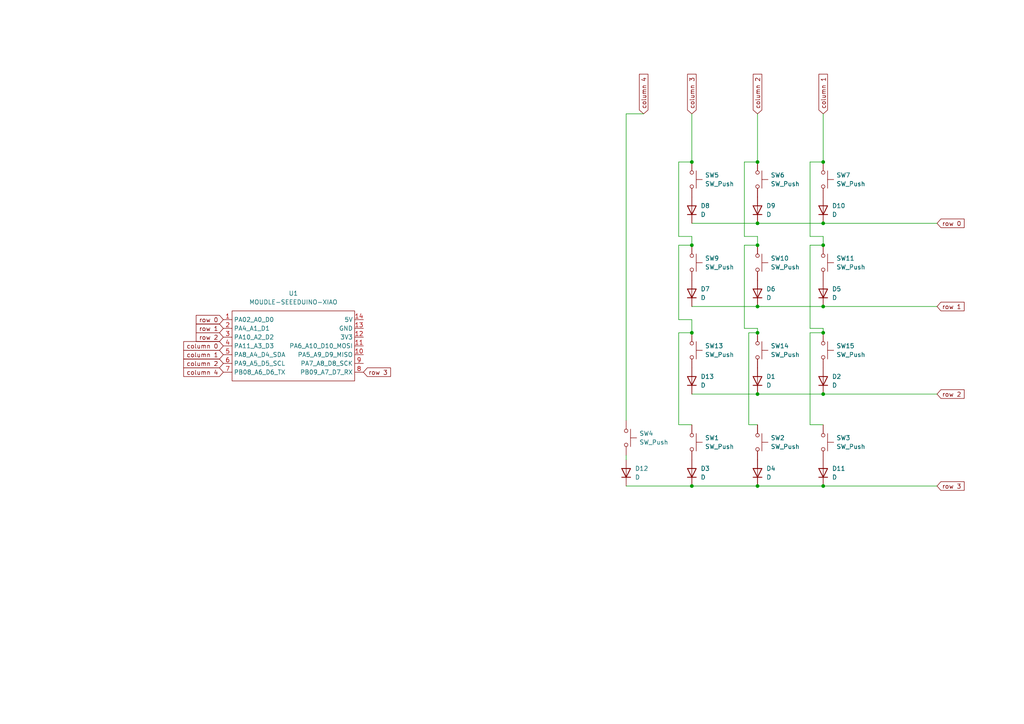
<source format=kicad_sch>
(kicad_sch
	(version 20231120)
	(generator "eeschema")
	(generator_version "8.0")
	(uuid "c9fa2b4d-fdb1-4e29-bb35-9e8366fa9292")
	(paper "A4")
	(lib_symbols
		(symbol "Device:D"
			(pin_numbers hide)
			(pin_names
				(offset 1.016) hide)
			(exclude_from_sim no)
			(in_bom yes)
			(on_board yes)
			(property "Reference" "D"
				(at 0 2.54 0)
				(effects
					(font
						(size 1.27 1.27)
					)
				)
			)
			(property "Value" "D"
				(at 0 -2.54 0)
				(effects
					(font
						(size 1.27 1.27)
					)
				)
			)
			(property "Footprint" ""
				(at 0 0 0)
				(effects
					(font
						(size 1.27 1.27)
					)
					(hide yes)
				)
			)
			(property "Datasheet" "~"
				(at 0 0 0)
				(effects
					(font
						(size 1.27 1.27)
					)
					(hide yes)
				)
			)
			(property "Description" "Diode"
				(at 0 0 0)
				(effects
					(font
						(size 1.27 1.27)
					)
					(hide yes)
				)
			)
			(property "Sim.Device" "D"
				(at 0 0 0)
				(effects
					(font
						(size 1.27 1.27)
					)
					(hide yes)
				)
			)
			(property "Sim.Pins" "1=K 2=A"
				(at 0 0 0)
				(effects
					(font
						(size 1.27 1.27)
					)
					(hide yes)
				)
			)
			(property "ki_keywords" "diode"
				(at 0 0 0)
				(effects
					(font
						(size 1.27 1.27)
					)
					(hide yes)
				)
			)
			(property "ki_fp_filters" "TO-???* *_Diode_* *SingleDiode* D_*"
				(at 0 0 0)
				(effects
					(font
						(size 1.27 1.27)
					)
					(hide yes)
				)
			)
			(symbol "D_0_1"
				(polyline
					(pts
						(xy -1.27 1.27) (xy -1.27 -1.27)
					)
					(stroke
						(width 0.254)
						(type default)
					)
					(fill
						(type none)
					)
				)
				(polyline
					(pts
						(xy 1.27 0) (xy -1.27 0)
					)
					(stroke
						(width 0)
						(type default)
					)
					(fill
						(type none)
					)
				)
				(polyline
					(pts
						(xy 1.27 1.27) (xy 1.27 -1.27) (xy -1.27 0) (xy 1.27 1.27)
					)
					(stroke
						(width 0.254)
						(type default)
					)
					(fill
						(type none)
					)
				)
			)
			(symbol "D_1_1"
				(pin passive line
					(at -3.81 0 0)
					(length 2.54)
					(name "K"
						(effects
							(font
								(size 1.27 1.27)
							)
						)
					)
					(number "1"
						(effects
							(font
								(size 1.27 1.27)
							)
						)
					)
				)
				(pin passive line
					(at 3.81 0 180)
					(length 2.54)
					(name "A"
						(effects
							(font
								(size 1.27 1.27)
							)
						)
					)
					(number "2"
						(effects
							(font
								(size 1.27 1.27)
							)
						)
					)
				)
			)
		)
		(symbol "Switch:SW_Push"
			(pin_numbers hide)
			(pin_names
				(offset 1.016) hide)
			(exclude_from_sim no)
			(in_bom yes)
			(on_board yes)
			(property "Reference" "SW"
				(at 1.27 2.54 0)
				(effects
					(font
						(size 1.27 1.27)
					)
					(justify left)
				)
			)
			(property "Value" "SW_Push"
				(at 0 -1.524 0)
				(effects
					(font
						(size 1.27 1.27)
					)
				)
			)
			(property "Footprint" ""
				(at 0 5.08 0)
				(effects
					(font
						(size 1.27 1.27)
					)
					(hide yes)
				)
			)
			(property "Datasheet" "~"
				(at 0 5.08 0)
				(effects
					(font
						(size 1.27 1.27)
					)
					(hide yes)
				)
			)
			(property "Description" "Push button switch, generic, two pins"
				(at 0 0 0)
				(effects
					(font
						(size 1.27 1.27)
					)
					(hide yes)
				)
			)
			(property "ki_keywords" "switch normally-open pushbutton push-button"
				(at 0 0 0)
				(effects
					(font
						(size 1.27 1.27)
					)
					(hide yes)
				)
			)
			(symbol "SW_Push_0_1"
				(circle
					(center -2.032 0)
					(radius 0.508)
					(stroke
						(width 0)
						(type default)
					)
					(fill
						(type none)
					)
				)
				(polyline
					(pts
						(xy 0 1.27) (xy 0 3.048)
					)
					(stroke
						(width 0)
						(type default)
					)
					(fill
						(type none)
					)
				)
				(polyline
					(pts
						(xy 2.54 1.27) (xy -2.54 1.27)
					)
					(stroke
						(width 0)
						(type default)
					)
					(fill
						(type none)
					)
				)
				(circle
					(center 2.032 0)
					(radius 0.508)
					(stroke
						(width 0)
						(type default)
					)
					(fill
						(type none)
					)
				)
				(pin passive line
					(at -5.08 0 0)
					(length 2.54)
					(name "1"
						(effects
							(font
								(size 1.27 1.27)
							)
						)
					)
					(number "1"
						(effects
							(font
								(size 1.27 1.27)
							)
						)
					)
				)
				(pin passive line
					(at 5.08 0 180)
					(length 2.54)
					(name "2"
						(effects
							(font
								(size 1.27 1.27)
							)
						)
					)
					(number "2"
						(effects
							(font
								(size 1.27 1.27)
							)
						)
					)
				)
			)
		)
		(symbol "XIAO_RP2040:MOUDLE-SEEEDUINO-XIAO"
			(exclude_from_sim no)
			(in_bom yes)
			(on_board yes)
			(property "Reference" "U"
				(at -16.51 11.43 0)
				(effects
					(font
						(size 1.27 1.27)
					)
				)
			)
			(property "Value" "MOUDLE-SEEEDUINO-XIAO"
				(at -3.81 -11.43 0)
				(effects
					(font
						(size 1.27 1.27)
					)
				)
			)
			(property "Footprint" ""
				(at -16.51 2.54 0)
				(effects
					(font
						(size 1.27 1.27)
					)
					(hide yes)
				)
			)
			(property "Datasheet" ""
				(at -16.51 2.54 0)
				(effects
					(font
						(size 1.27 1.27)
					)
					(hide yes)
				)
			)
			(property "Description" ""
				(at 0 0 0)
				(effects
					(font
						(size 1.27 1.27)
					)
					(hide yes)
				)
			)
			(symbol "MOUDLE-SEEEDUINO-XIAO_0_1"
				(rectangle
					(start -16.51 10.16)
					(end 19.05 -10.16)
					(stroke
						(width 0)
						(type default)
					)
					(fill
						(type none)
					)
				)
			)
			(symbol "MOUDLE-SEEEDUINO-XIAO_1_1"
				(pin passive line
					(at -19.05 7.62 0)
					(length 2.54)
					(name "PA02_A0_D0"
						(effects
							(font
								(size 1.27 1.27)
							)
						)
					)
					(number "1"
						(effects
							(font
								(size 1.27 1.27)
							)
						)
					)
				)
				(pin passive line
					(at 21.59 -2.54 180)
					(length 2.54)
					(name "PA5_A9_D9_MISO"
						(effects
							(font
								(size 1.27 1.27)
							)
						)
					)
					(number "10"
						(effects
							(font
								(size 1.27 1.27)
							)
						)
					)
				)
				(pin passive line
					(at 21.59 0 180)
					(length 2.54)
					(name "PA6_A10_D10_MOSI"
						(effects
							(font
								(size 1.27 1.27)
							)
						)
					)
					(number "11"
						(effects
							(font
								(size 1.27 1.27)
							)
						)
					)
				)
				(pin passive line
					(at 21.59 2.54 180)
					(length 2.54)
					(name "3V3"
						(effects
							(font
								(size 1.27 1.27)
							)
						)
					)
					(number "12"
						(effects
							(font
								(size 1.27 1.27)
							)
						)
					)
				)
				(pin passive line
					(at 21.59 5.08 180)
					(length 2.54)
					(name "GND"
						(effects
							(font
								(size 1.27 1.27)
							)
						)
					)
					(number "13"
						(effects
							(font
								(size 1.27 1.27)
							)
						)
					)
				)
				(pin passive line
					(at 21.59 7.62 180)
					(length 2.54)
					(name "5V"
						(effects
							(font
								(size 1.27 1.27)
							)
						)
					)
					(number "14"
						(effects
							(font
								(size 1.27 1.27)
							)
						)
					)
				)
				(pin passive line
					(at -19.05 5.08 0)
					(length 2.54)
					(name "PA4_A1_D1"
						(effects
							(font
								(size 1.27 1.27)
							)
						)
					)
					(number "2"
						(effects
							(font
								(size 1.27 1.27)
							)
						)
					)
				)
				(pin passive line
					(at -19.05 2.54 0)
					(length 2.54)
					(name "PA10_A2_D2"
						(effects
							(font
								(size 1.27 1.27)
							)
						)
					)
					(number "3"
						(effects
							(font
								(size 1.27 1.27)
							)
						)
					)
				)
				(pin passive line
					(at -19.05 0 0)
					(length 2.54)
					(name "PA11_A3_D3"
						(effects
							(font
								(size 1.27 1.27)
							)
						)
					)
					(number "4"
						(effects
							(font
								(size 1.27 1.27)
							)
						)
					)
				)
				(pin passive line
					(at -19.05 -2.54 0)
					(length 2.54)
					(name "PA8_A4_D4_SDA"
						(effects
							(font
								(size 1.27 1.27)
							)
						)
					)
					(number "5"
						(effects
							(font
								(size 1.27 1.27)
							)
						)
					)
				)
				(pin passive line
					(at -19.05 -5.08 0)
					(length 2.54)
					(name "PA9_A5_D5_SCL"
						(effects
							(font
								(size 1.27 1.27)
							)
						)
					)
					(number "6"
						(effects
							(font
								(size 1.27 1.27)
							)
						)
					)
				)
				(pin passive line
					(at -19.05 -7.62 0)
					(length 2.54)
					(name "PB08_A6_D6_TX"
						(effects
							(font
								(size 1.27 1.27)
							)
						)
					)
					(number "7"
						(effects
							(font
								(size 1.27 1.27)
							)
						)
					)
				)
				(pin passive line
					(at 21.59 -7.62 180)
					(length 2.54)
					(name "PB09_A7_D7_RX"
						(effects
							(font
								(size 1.27 1.27)
							)
						)
					)
					(number "8"
						(effects
							(font
								(size 1.27 1.27)
							)
						)
					)
				)
				(pin passive line
					(at 21.59 -5.08 180)
					(length 2.54)
					(name "PA7_A8_D8_SCK"
						(effects
							(font
								(size 1.27 1.27)
							)
						)
					)
					(number "9"
						(effects
							(font
								(size 1.27 1.27)
							)
						)
					)
				)
			)
		)
	)
	(junction
		(at 219.71 64.77)
		(diameter 0)
		(color 0 0 0 0)
		(uuid "07d3a8ee-8b74-432e-86ff-5e9ca8bf255f")
	)
	(junction
		(at 238.76 88.9)
		(diameter 0)
		(color 0 0 0 0)
		(uuid "0ad99723-3706-4bd5-b872-77f749625475")
	)
	(junction
		(at 238.76 64.77)
		(diameter 0)
		(color 0 0 0 0)
		(uuid "14d2fe79-1a3f-4c9a-8266-51141990f978")
	)
	(junction
		(at 238.76 71.12)
		(diameter 0)
		(color 0 0 0 0)
		(uuid "28ff31f9-d5b9-4770-bece-b31d77b79535")
	)
	(junction
		(at 238.76 140.97)
		(diameter 0)
		(color 0 0 0 0)
		(uuid "30cea57a-f66b-449e-b880-9f7b1f9e3850")
	)
	(junction
		(at 219.71 96.52)
		(diameter 0)
		(color 0 0 0 0)
		(uuid "379429b0-2901-4f89-bcd8-1e54406487eb")
	)
	(junction
		(at 200.66 71.12)
		(diameter 0)
		(color 0 0 0 0)
		(uuid "4a247c8d-a697-4703-9601-9a4072dc48a0")
	)
	(junction
		(at 219.71 114.3)
		(diameter 0)
		(color 0 0 0 0)
		(uuid "614245f2-08c1-4a71-8244-f4a7f09dc9ed")
	)
	(junction
		(at 238.76 96.52)
		(diameter 0)
		(color 0 0 0 0)
		(uuid "6525531b-bf9a-43d9-b539-fa6b640e71bb")
	)
	(junction
		(at 219.71 88.9)
		(diameter 0)
		(color 0 0 0 0)
		(uuid "65afc857-fb14-451d-9dff-2ec9e3de843e")
	)
	(junction
		(at 200.66 96.52)
		(diameter 0)
		(color 0 0 0 0)
		(uuid "7150256d-4609-4e55-844a-8efe57605b94")
	)
	(junction
		(at 238.76 46.99)
		(diameter 0)
		(color 0 0 0 0)
		(uuid "7bc6929f-a5f2-429b-8685-04dab8b9dc4a")
	)
	(junction
		(at 238.76 114.3)
		(diameter 0)
		(color 0 0 0 0)
		(uuid "8c91392f-504a-4cac-9531-5a5ecc559342")
	)
	(junction
		(at 219.71 140.97)
		(diameter 0)
		(color 0 0 0 0)
		(uuid "9a73cfb0-2604-423c-b14e-62f66bf1f52d")
	)
	(junction
		(at 219.71 46.99)
		(diameter 0)
		(color 0 0 0 0)
		(uuid "a10e09b6-2ab7-4e9d-8b3a-2c5f5ecc6ca0")
	)
	(junction
		(at 200.66 140.97)
		(diameter 0)
		(color 0 0 0 0)
		(uuid "a3d6b049-2b60-4845-b403-fdbde9e3ab0c")
	)
	(junction
		(at 200.66 46.99)
		(diameter 0)
		(color 0 0 0 0)
		(uuid "bf620916-054b-47a0-92c3-9ac584959147")
	)
	(junction
		(at 219.71 71.12)
		(diameter 0)
		(color 0 0 0 0)
		(uuid "f0b49de6-d054-4602-baf8-69dafcafd1db")
	)
	(wire
		(pts
			(xy 219.71 46.99) (xy 215.9 46.99)
		)
		(stroke
			(width 0)
			(type default)
		)
		(uuid "08f45ea7-a615-4582-b1e1-9f691b88c13e")
	)
	(wire
		(pts
			(xy 200.66 64.77) (xy 219.71 64.77)
		)
		(stroke
			(width 0)
			(type default)
		)
		(uuid "0aa9e96e-5ab0-4155-b86b-081b3ae19633")
	)
	(wire
		(pts
			(xy 200.66 140.97) (xy 219.71 140.97)
		)
		(stroke
			(width 0)
			(type default)
		)
		(uuid "0eead010-e48f-4f56-93fb-12365b8d2315")
	)
	(wire
		(pts
			(xy 219.71 71.12) (xy 215.9 71.12)
		)
		(stroke
			(width 0)
			(type default)
		)
		(uuid "0f6bf3e4-ce32-4b77-927b-378970f58157")
	)
	(wire
		(pts
			(xy 200.66 71.12) (xy 196.85 71.12)
		)
		(stroke
			(width 0)
			(type default)
		)
		(uuid "1460a7a1-664c-4cd7-be61-6a6da17c507a")
	)
	(wire
		(pts
			(xy 219.71 140.97) (xy 238.76 140.97)
		)
		(stroke
			(width 0)
			(type default)
		)
		(uuid "16faa70d-7a01-433b-bc0f-99c95181064d")
	)
	(wire
		(pts
			(xy 238.76 68.58) (xy 238.76 71.12)
		)
		(stroke
			(width 0)
			(type default)
		)
		(uuid "18a01f0d-a73c-47ed-88cb-48db443a2e7e")
	)
	(wire
		(pts
			(xy 181.61 140.97) (xy 200.66 140.97)
		)
		(stroke
			(width 0)
			(type default)
		)
		(uuid "1a4ccc37-56b0-491b-bc73-56f91955c9bf")
	)
	(wire
		(pts
			(xy 219.71 88.9) (xy 238.76 88.9)
		)
		(stroke
			(width 0)
			(type default)
		)
		(uuid "1d208390-1bf3-4995-b7a8-69a9821c5032")
	)
	(wire
		(pts
			(xy 200.66 92.71) (xy 200.66 96.52)
		)
		(stroke
			(width 0)
			(type default)
		)
		(uuid "1fbfb3eb-bdaf-4ac0-a886-65a49f8bc207")
	)
	(wire
		(pts
			(xy 238.76 71.12) (xy 234.95 71.12)
		)
		(stroke
			(width 0)
			(type default)
		)
		(uuid "22beef3a-d16d-4b3a-8ade-c778fdcc851a")
	)
	(wire
		(pts
			(xy 238.76 96.52) (xy 234.95 96.52)
		)
		(stroke
			(width 0)
			(type default)
		)
		(uuid "2d46fbe5-515f-4c60-b13a-21c32b9a2c50")
	)
	(wire
		(pts
			(xy 217.17 96.52) (xy 217.17 123.19)
		)
		(stroke
			(width 0)
			(type default)
		)
		(uuid "34a789cd-3a96-49ba-a625-64cfff2a99d9")
	)
	(wire
		(pts
			(xy 215.9 95.25) (xy 219.71 95.25)
		)
		(stroke
			(width 0)
			(type default)
		)
		(uuid "4797617b-33d5-419d-97af-aaf722984946")
	)
	(wire
		(pts
			(xy 215.9 46.99) (xy 215.9 68.58)
		)
		(stroke
			(width 0)
			(type default)
		)
		(uuid "47f7780c-f512-4f0c-9647-66120dea7f64")
	)
	(wire
		(pts
			(xy 219.71 114.3) (xy 238.76 114.3)
		)
		(stroke
			(width 0)
			(type default)
		)
		(uuid "4c820c26-5405-45af-bdfa-ee852693adf5")
	)
	(wire
		(pts
			(xy 215.9 71.12) (xy 215.9 95.25)
		)
		(stroke
			(width 0)
			(type default)
		)
		(uuid "553bffb1-a1bf-4a64-9e0c-9249cd1f2e71")
	)
	(wire
		(pts
			(xy 238.76 95.25) (xy 238.76 96.52)
		)
		(stroke
			(width 0)
			(type default)
		)
		(uuid "56b99db5-ad24-4104-bcf3-bb3bf1b258a4")
	)
	(wire
		(pts
			(xy 219.71 64.77) (xy 238.76 64.77)
		)
		(stroke
			(width 0)
			(type default)
		)
		(uuid "5a4d8f8f-76ac-4bb2-94f3-64ed56721af8")
	)
	(wire
		(pts
			(xy 238.76 33.02) (xy 238.76 46.99)
		)
		(stroke
			(width 0)
			(type default)
		)
		(uuid "62864acb-eab3-4e48-9404-0bf26b98747d")
	)
	(wire
		(pts
			(xy 234.95 96.52) (xy 234.95 123.19)
		)
		(stroke
			(width 0)
			(type default)
		)
		(uuid "65ca910a-b36b-4b74-874d-409c8936a8cf")
	)
	(wire
		(pts
			(xy 196.85 96.52) (xy 196.85 123.19)
		)
		(stroke
			(width 0)
			(type default)
		)
		(uuid "65ff65eb-6506-40e7-939d-4c9032312fbc")
	)
	(wire
		(pts
			(xy 200.66 33.02) (xy 200.66 46.99)
		)
		(stroke
			(width 0)
			(type default)
		)
		(uuid "6de28a2b-91b2-45c6-9e5c-492a88212a8f")
	)
	(wire
		(pts
			(xy 217.17 123.19) (xy 219.71 123.19)
		)
		(stroke
			(width 0)
			(type default)
		)
		(uuid "71fb288e-1dc6-4572-bae6-c9c178a69a78")
	)
	(wire
		(pts
			(xy 196.85 46.99) (xy 196.85 68.58)
		)
		(stroke
			(width 0)
			(type default)
		)
		(uuid "736e0ca8-6d56-414a-90fd-f1373dd5ecdd")
	)
	(wire
		(pts
			(xy 200.66 68.58) (xy 200.66 71.12)
		)
		(stroke
			(width 0)
			(type default)
		)
		(uuid "7de39c6c-3eb6-43aa-8d2c-f069164a9a0e")
	)
	(wire
		(pts
			(xy 181.61 133.35) (xy 181.61 132.08)
		)
		(stroke
			(width 0)
			(type default)
		)
		(uuid "8657ae97-816d-4b48-ac1d-3511db75a237")
	)
	(wire
		(pts
			(xy 234.95 68.58) (xy 238.76 68.58)
		)
		(stroke
			(width 0)
			(type default)
		)
		(uuid "888d097b-aa15-49a6-ace4-2c60cffc9d80")
	)
	(wire
		(pts
			(xy 200.66 46.99) (xy 196.85 46.99)
		)
		(stroke
			(width 0)
			(type default)
		)
		(uuid "899b0f57-385d-43f0-bbee-4785fe062b08")
	)
	(wire
		(pts
			(xy 234.95 95.25) (xy 238.76 95.25)
		)
		(stroke
			(width 0)
			(type default)
		)
		(uuid "8c232416-711d-40da-9a63-46c86a4cb84c")
	)
	(wire
		(pts
			(xy 196.85 92.71) (xy 200.66 92.71)
		)
		(stroke
			(width 0)
			(type default)
		)
		(uuid "902ebcb1-b23a-4ddf-af8e-5b3354ec54c4")
	)
	(wire
		(pts
			(xy 196.85 71.12) (xy 196.85 92.71)
		)
		(stroke
			(width 0)
			(type default)
		)
		(uuid "9247d0f3-3beb-4bca-bd87-bda7a541416e")
	)
	(wire
		(pts
			(xy 219.71 68.58) (xy 219.71 71.12)
		)
		(stroke
			(width 0)
			(type default)
		)
		(uuid "978344bb-6ec6-4d5d-8882-e3a2aaed72e8")
	)
	(wire
		(pts
			(xy 200.66 96.52) (xy 196.85 96.52)
		)
		(stroke
			(width 0)
			(type default)
		)
		(uuid "a16c9d6f-4dd6-4537-8e12-e5026b4cf984")
	)
	(wire
		(pts
			(xy 219.71 33.02) (xy 219.71 46.99)
		)
		(stroke
			(width 0)
			(type default)
		)
		(uuid "a49689ba-21df-436e-bc8e-8a9f4107a4ed")
	)
	(wire
		(pts
			(xy 238.76 46.99) (xy 234.95 46.99)
		)
		(stroke
			(width 0)
			(type default)
		)
		(uuid "a8b11b82-7f09-495e-b748-7b684fad51f4")
	)
	(wire
		(pts
			(xy 215.9 68.58) (xy 219.71 68.58)
		)
		(stroke
			(width 0)
			(type default)
		)
		(uuid "aca45a4d-142f-4bf5-87e0-69630b9afe5d")
	)
	(wire
		(pts
			(xy 219.71 95.25) (xy 219.71 96.52)
		)
		(stroke
			(width 0)
			(type default)
		)
		(uuid "ae4f1e9d-9456-498b-a64a-30ca1a7008ea")
	)
	(wire
		(pts
			(xy 238.76 114.3) (xy 271.78 114.3)
		)
		(stroke
			(width 0)
			(type default)
		)
		(uuid "b0569646-8bb8-4ccf-bc83-a7937048b13b")
	)
	(wire
		(pts
			(xy 219.71 96.52) (xy 217.17 96.52)
		)
		(stroke
			(width 0)
			(type default)
		)
		(uuid "b5f06981-f82f-4d5f-9f43-d2b8a8e8cb2c")
	)
	(wire
		(pts
			(xy 234.95 71.12) (xy 234.95 95.25)
		)
		(stroke
			(width 0)
			(type default)
		)
		(uuid "b97d2a63-f811-4bc2-9f06-dc88dc831627")
	)
	(wire
		(pts
			(xy 238.76 88.9) (xy 271.78 88.9)
		)
		(stroke
			(width 0)
			(type default)
		)
		(uuid "bf9c7503-5f7e-4324-896a-b9ddd4da32d4")
	)
	(wire
		(pts
			(xy 238.76 64.77) (xy 271.78 64.77)
		)
		(stroke
			(width 0)
			(type default)
		)
		(uuid "c244743f-5463-4336-a27f-626a39527110")
	)
	(wire
		(pts
			(xy 234.95 123.19) (xy 238.76 123.19)
		)
		(stroke
			(width 0)
			(type default)
		)
		(uuid "d1df45ac-3a0b-40b6-9948-7851d7cb38d3")
	)
	(wire
		(pts
			(xy 181.61 33.02) (xy 186.69 33.02)
		)
		(stroke
			(width 0)
			(type default)
		)
		(uuid "e5a04085-572c-42fa-9331-a6a1d62560b6")
	)
	(wire
		(pts
			(xy 196.85 68.58) (xy 200.66 68.58)
		)
		(stroke
			(width 0)
			(type default)
		)
		(uuid "e8f945dd-41ec-4e17-9818-c2c983525d1c")
	)
	(wire
		(pts
			(xy 181.61 121.92) (xy 181.61 33.02)
		)
		(stroke
			(width 0)
			(type default)
		)
		(uuid "e903147d-57c6-4ee3-a2d8-18e6d94a505b")
	)
	(wire
		(pts
			(xy 238.76 140.97) (xy 271.78 140.97)
		)
		(stroke
			(width 0)
			(type default)
		)
		(uuid "ede7f48e-b6b5-462f-a191-73b80afb3fbc")
	)
	(wire
		(pts
			(xy 234.95 46.99) (xy 234.95 68.58)
		)
		(stroke
			(width 0)
			(type default)
		)
		(uuid "ee9e6e98-1fd9-46d0-ab66-f5f109266b48")
	)
	(wire
		(pts
			(xy 200.66 114.3) (xy 219.71 114.3)
		)
		(stroke
			(width 0)
			(type default)
		)
		(uuid "ef0101c1-b196-44d4-b99a-391f8f9c7b91")
	)
	(wire
		(pts
			(xy 196.85 123.19) (xy 200.66 123.19)
		)
		(stroke
			(width 0)
			(type default)
		)
		(uuid "f03588b8-3116-43f8-831b-3a2251933d36")
	)
	(wire
		(pts
			(xy 200.66 88.9) (xy 219.71 88.9)
		)
		(stroke
			(width 0)
			(type default)
		)
		(uuid "fcca1692-9ab5-4ffc-b3b1-cb3a2b89f3f4")
	)
	(global_label "row 3"
		(shape input)
		(at 105.41 107.95 0)
		(fields_autoplaced yes)
		(effects
			(font
				(size 1.27 1.27)
			)
			(justify left)
		)
		(uuid "35721c7a-e641-4d4a-8846-6e43d39e927f")
		(property "Intersheetrefs" "${INTERSHEET_REFS}"
			(at 113.838 107.95 0)
			(effects
				(font
					(size 1.27 1.27)
				)
				(justify left)
				(hide yes)
			)
		)
	)
	(global_label "column 4"
		(shape input)
		(at 64.77 107.95 180)
		(fields_autoplaced yes)
		(effects
			(font
				(size 1.27 1.27)
			)
			(justify right)
		)
		(uuid "50b11534-4a30-4894-ad66-76205bbe9c8b")
		(property "Intersheetrefs" "${INTERSHEET_REFS}"
			(at 52.7136 107.95 0)
			(effects
				(font
					(size 1.27 1.27)
				)
				(justify right)
				(hide yes)
			)
		)
	)
	(global_label "row 1"
		(shape input)
		(at 64.77 95.25 180)
		(fields_autoplaced yes)
		(effects
			(font
				(size 1.27 1.27)
			)
			(justify right)
		)
		(uuid "5d3b4afd-ce5a-4489-b475-6480f610a8ff")
		(property "Intersheetrefs" "${INTERSHEET_REFS}"
			(at 56.342 95.25 0)
			(effects
				(font
					(size 1.27 1.27)
				)
				(justify right)
				(hide yes)
			)
		)
	)
	(global_label "column 1"
		(shape input)
		(at 238.76 33.02 90)
		(fields_autoplaced yes)
		(effects
			(font
				(size 1.27 1.27)
			)
			(justify left)
		)
		(uuid "60c9c25f-f6df-4489-ac9e-91e1878dc35b")
		(property "Intersheetrefs" "${INTERSHEET_REFS}"
			(at 238.76 20.9636 90)
			(effects
				(font
					(size 1.27 1.27)
				)
				(justify left)
				(hide yes)
			)
		)
	)
	(global_label "row 3"
		(shape input)
		(at 271.78 140.97 0)
		(fields_autoplaced yes)
		(effects
			(font
				(size 1.27 1.27)
			)
			(justify left)
		)
		(uuid "6498b54d-54f9-4104-ab58-fd1ea23698f2")
		(property "Intersheetrefs" "${INTERSHEET_REFS}"
			(at 280.208 140.97 0)
			(effects
				(font
					(size 1.27 1.27)
				)
				(justify left)
				(hide yes)
			)
		)
	)
	(global_label "column 3"
		(shape input)
		(at 200.66 33.02 90)
		(fields_autoplaced yes)
		(effects
			(font
				(size 1.27 1.27)
			)
			(justify left)
		)
		(uuid "6c226963-efd4-485d-99b9-e653d332be8e")
		(property "Intersheetrefs" "${INTERSHEET_REFS}"
			(at 200.66 20.9636 90)
			(effects
				(font
					(size 1.27 1.27)
				)
				(justify left)
				(hide yes)
			)
		)
	)
	(global_label "column 1"
		(shape input)
		(at 64.77 102.87 180)
		(fields_autoplaced yes)
		(effects
			(font
				(size 1.27 1.27)
			)
			(justify right)
		)
		(uuid "6d027538-e060-4173-a4c6-c41c8882883d")
		(property "Intersheetrefs" "${INTERSHEET_REFS}"
			(at 52.7136 102.87 0)
			(effects
				(font
					(size 1.27 1.27)
				)
				(justify right)
				(hide yes)
			)
		)
	)
	(global_label "column 4"
		(shape input)
		(at 186.69 33.02 90)
		(fields_autoplaced yes)
		(effects
			(font
				(size 1.27 1.27)
			)
			(justify left)
		)
		(uuid "8ad6431e-81d7-45c5-9637-88177eb512b4")
		(property "Intersheetrefs" "${INTERSHEET_REFS}"
			(at 186.69 20.9636 90)
			(effects
				(font
					(size 1.27 1.27)
				)
				(justify left)
				(hide yes)
			)
		)
	)
	(global_label "row 1"
		(shape input)
		(at 271.78 88.9 0)
		(fields_autoplaced yes)
		(effects
			(font
				(size 1.27 1.27)
			)
			(justify left)
		)
		(uuid "8e25f5e1-ec1e-4bf2-b9f8-b6b64e1ba37b")
		(property "Intersheetrefs" "${INTERSHEET_REFS}"
			(at 280.208 88.9 0)
			(effects
				(font
					(size 1.27 1.27)
				)
				(justify left)
				(hide yes)
			)
		)
	)
	(global_label "row 0"
		(shape input)
		(at 271.78 64.77 0)
		(fields_autoplaced yes)
		(effects
			(font
				(size 1.27 1.27)
			)
			(justify left)
		)
		(uuid "8ee37b1b-dd7b-4c95-9453-45c5d7566a8a")
		(property "Intersheetrefs" "${INTERSHEET_REFS}"
			(at 280.208 64.77 0)
			(effects
				(font
					(size 1.27 1.27)
				)
				(justify left)
				(hide yes)
			)
		)
	)
	(global_label "row 2"
		(shape input)
		(at 64.77 97.79 180)
		(fields_autoplaced yes)
		(effects
			(font
				(size 1.27 1.27)
			)
			(justify right)
		)
		(uuid "9054f757-7cd2-49c0-97d5-a0f80d1ff241")
		(property "Intersheetrefs" "${INTERSHEET_REFS}"
			(at 56.342 97.79 0)
			(effects
				(font
					(size 1.27 1.27)
				)
				(justify right)
				(hide yes)
			)
		)
	)
	(global_label "column 2"
		(shape input)
		(at 219.71 33.02 90)
		(fields_autoplaced yes)
		(effects
			(font
				(size 1.27 1.27)
			)
			(justify left)
		)
		(uuid "c913a818-51b3-4646-80b3-0e4962055653")
		(property "Intersheetrefs" "${INTERSHEET_REFS}"
			(at 219.71 20.9636 90)
			(effects
				(font
					(size 1.27 1.27)
				)
				(justify left)
				(hide yes)
			)
		)
	)
	(global_label "column 0"
		(shape input)
		(at 64.77 100.33 180)
		(fields_autoplaced yes)
		(effects
			(font
				(size 1.27 1.27)
			)
			(justify right)
		)
		(uuid "ddc4b945-0738-4fc0-8d0f-bf4a1c0baa92")
		(property "Intersheetrefs" "${INTERSHEET_REFS}"
			(at 52.7136 100.33 0)
			(effects
				(font
					(size 1.27 1.27)
				)
				(justify right)
				(hide yes)
			)
		)
	)
	(global_label "row 0"
		(shape input)
		(at 64.77 92.71 180)
		(fields_autoplaced yes)
		(effects
			(font
				(size 1.27 1.27)
			)
			(justify right)
		)
		(uuid "e6f98fcd-a2bd-4259-8495-f00c82a92480")
		(property "Intersheetrefs" "${INTERSHEET_REFS}"
			(at 56.342 92.71 0)
			(effects
				(font
					(size 1.27 1.27)
				)
				(justify right)
				(hide yes)
			)
		)
	)
	(global_label "row 2"
		(shape input)
		(at 271.78 114.3 0)
		(fields_autoplaced yes)
		(effects
			(font
				(size 1.27 1.27)
			)
			(justify left)
		)
		(uuid "eeeca66f-2d3c-4e15-8441-8cf550e242d4")
		(property "Intersheetrefs" "${INTERSHEET_REFS}"
			(at 280.208 114.3 0)
			(effects
				(font
					(size 1.27 1.27)
				)
				(justify left)
				(hide yes)
			)
		)
	)
	(global_label "column 2"
		(shape input)
		(at 64.77 105.41 180)
		(fields_autoplaced yes)
		(effects
			(font
				(size 1.27 1.27)
			)
			(justify right)
		)
		(uuid "eeefd949-f481-40fc-8142-f13b1340cfff")
		(property "Intersheetrefs" "${INTERSHEET_REFS}"
			(at 52.7136 105.41 0)
			(effects
				(font
					(size 1.27 1.27)
				)
				(justify right)
				(hide yes)
			)
		)
	)
	(symbol
		(lib_id "Switch:SW_Push")
		(at 238.76 101.6 270)
		(unit 1)
		(exclude_from_sim no)
		(in_bom yes)
		(on_board yes)
		(dnp no)
		(fields_autoplaced yes)
		(uuid "060ae02a-9f3e-4391-bc69-b4b0f44e5de0")
		(property "Reference" "SW15"
			(at 242.57 100.3299 90)
			(effects
				(font
					(size 1.27 1.27)
				)
				(justify left)
			)
		)
		(property "Value" "SW_Push"
			(at 242.57 102.8699 90)
			(effects
				(font
					(size 1.27 1.27)
				)
				(justify left)
			)
		)
		(property "Footprint" "HackpadParts:MX-Solderable-1U"
			(at 243.84 101.6 0)
			(effects
				(font
					(size 1.27 1.27)
				)
				(hide yes)
			)
		)
		(property "Datasheet" "~"
			(at 243.84 101.6 0)
			(effects
				(font
					(size 1.27 1.27)
				)
				(hide yes)
			)
		)
		(property "Description" "Push button switch, generic, two pins"
			(at 238.76 101.6 0)
			(effects
				(font
					(size 1.27 1.27)
				)
				(hide yes)
			)
		)
		(pin "1"
			(uuid "edb7625f-bb2d-4f86-a12b-16b4d8e1e440")
		)
		(pin "2"
			(uuid "ce0659c3-cb8e-491b-b2cc-07b1d810bf88")
		)
		(instances
			(project "Hackpad"
				(path "/c9fa2b4d-fdb1-4e29-bb35-9e8366fa9292"
					(reference "SW15")
					(unit 1)
				)
			)
		)
	)
	(symbol
		(lib_id "Device:D")
		(at 238.76 60.96 90)
		(unit 1)
		(exclude_from_sim no)
		(in_bom yes)
		(on_board yes)
		(dnp no)
		(fields_autoplaced yes)
		(uuid "17dc3159-7aa0-43d9-931f-4cb5755420a3")
		(property "Reference" "D10"
			(at 241.3 59.6899 90)
			(effects
				(font
					(size 1.27 1.27)
				)
				(justify right)
			)
		)
		(property "Value" "D"
			(at 241.3 62.2299 90)
			(effects
				(font
					(size 1.27 1.27)
				)
				(justify right)
			)
		)
		(property "Footprint" "HackpadParts:1N4148"
			(at 238.76 60.96 0)
			(effects
				(font
					(size 1.27 1.27)
				)
				(hide yes)
			)
		)
		(property "Datasheet" "~"
			(at 238.76 60.96 0)
			(effects
				(font
					(size 1.27 1.27)
				)
				(hide yes)
			)
		)
		(property "Description" "Diode"
			(at 238.76 60.96 0)
			(effects
				(font
					(size 1.27 1.27)
				)
				(hide yes)
			)
		)
		(property "Sim.Device" "D"
			(at 238.76 60.96 0)
			(effects
				(font
					(size 1.27 1.27)
				)
				(hide yes)
			)
		)
		(property "Sim.Pins" "1=K 2=A"
			(at 238.76 60.96 0)
			(effects
				(font
					(size 1.27 1.27)
				)
				(hide yes)
			)
		)
		(pin "1"
			(uuid "f8cb7768-ce68-46cf-b495-93fad2416568")
		)
		(pin "2"
			(uuid "2299ba47-0831-4623-8611-f8897c1d7f5a")
		)
		(instances
			(project "Hackpad"
				(path "/c9fa2b4d-fdb1-4e29-bb35-9e8366fa9292"
					(reference "D10")
					(unit 1)
				)
			)
		)
	)
	(symbol
		(lib_id "Device:D")
		(at 200.66 137.16 90)
		(unit 1)
		(exclude_from_sim no)
		(in_bom yes)
		(on_board yes)
		(dnp no)
		(fields_autoplaced yes)
		(uuid "18cd1166-588f-42df-a369-e1b0fbbb2f43")
		(property "Reference" "D3"
			(at 203.2 135.8899 90)
			(effects
				(font
					(size 1.27 1.27)
				)
				(justify right)
			)
		)
		(property "Value" "D"
			(at 203.2 138.4299 90)
			(effects
				(font
					(size 1.27 1.27)
				)
				(justify right)
			)
		)
		(property "Footprint" "HackpadParts:1N4148"
			(at 200.66 137.16 0)
			(effects
				(font
					(size 1.27 1.27)
				)
				(hide yes)
			)
		)
		(property "Datasheet" "~"
			(at 200.66 137.16 0)
			(effects
				(font
					(size 1.27 1.27)
				)
				(hide yes)
			)
		)
		(property "Description" "Diode"
			(at 200.66 137.16 0)
			(effects
				(font
					(size 1.27 1.27)
				)
				(hide yes)
			)
		)
		(property "Sim.Device" "D"
			(at 200.66 137.16 0)
			(effects
				(font
					(size 1.27 1.27)
				)
				(hide yes)
			)
		)
		(property "Sim.Pins" "1=K 2=A"
			(at 200.66 137.16 0)
			(effects
				(font
					(size 1.27 1.27)
				)
				(hide yes)
			)
		)
		(pin "1"
			(uuid "fa4095d1-001e-405a-b5da-44e2f7da6558")
		)
		(pin "2"
			(uuid "4b83a11a-a21f-4e2c-a5ee-b7575fe25750")
		)
		(instances
			(project "Hackpad"
				(path "/c9fa2b4d-fdb1-4e29-bb35-9e8366fa9292"
					(reference "D3")
					(unit 1)
				)
			)
		)
	)
	(symbol
		(lib_id "Device:D")
		(at 238.76 85.09 90)
		(unit 1)
		(exclude_from_sim no)
		(in_bom yes)
		(on_board yes)
		(dnp no)
		(fields_autoplaced yes)
		(uuid "1c398ca2-0946-416a-8315-f0cc79e37434")
		(property "Reference" "D5"
			(at 241.3 83.8199 90)
			(effects
				(font
					(size 1.27 1.27)
				)
				(justify right)
			)
		)
		(property "Value" "D"
			(at 241.3 86.3599 90)
			(effects
				(font
					(size 1.27 1.27)
				)
				(justify right)
			)
		)
		(property "Footprint" "HackpadParts:1N4148"
			(at 238.76 85.09 0)
			(effects
				(font
					(size 1.27 1.27)
				)
				(hide yes)
			)
		)
		(property "Datasheet" "~"
			(at 238.76 85.09 0)
			(effects
				(font
					(size 1.27 1.27)
				)
				(hide yes)
			)
		)
		(property "Description" "Diode"
			(at 238.76 85.09 0)
			(effects
				(font
					(size 1.27 1.27)
				)
				(hide yes)
			)
		)
		(property "Sim.Device" "D"
			(at 238.76 85.09 0)
			(effects
				(font
					(size 1.27 1.27)
				)
				(hide yes)
			)
		)
		(property "Sim.Pins" "1=K 2=A"
			(at 238.76 85.09 0)
			(effects
				(font
					(size 1.27 1.27)
				)
				(hide yes)
			)
		)
		(pin "1"
			(uuid "f0ab492c-2063-451e-9c97-3e52558b481c")
		)
		(pin "2"
			(uuid "37faec88-1a4f-41ed-93c9-a1e94908e9e2")
		)
		(instances
			(project "Hackpad"
				(path "/c9fa2b4d-fdb1-4e29-bb35-9e8366fa9292"
					(reference "D5")
					(unit 1)
				)
			)
		)
	)
	(symbol
		(lib_id "Device:D")
		(at 219.71 110.49 90)
		(unit 1)
		(exclude_from_sim no)
		(in_bom yes)
		(on_board yes)
		(dnp no)
		(fields_autoplaced yes)
		(uuid "212b8f6c-8c70-4700-a6d9-82518f31b04e")
		(property "Reference" "D1"
			(at 222.25 109.2199 90)
			(effects
				(font
					(size 1.27 1.27)
				)
				(justify right)
			)
		)
		(property "Value" "D"
			(at 222.25 111.7599 90)
			(effects
				(font
					(size 1.27 1.27)
				)
				(justify right)
			)
		)
		(property "Footprint" "HackpadParts:1N4148"
			(at 219.71 110.49 0)
			(effects
				(font
					(size 1.27 1.27)
				)
				(hide yes)
			)
		)
		(property "Datasheet" "~"
			(at 219.71 110.49 0)
			(effects
				(font
					(size 1.27 1.27)
				)
				(hide yes)
			)
		)
		(property "Description" "Diode"
			(at 219.71 110.49 0)
			(effects
				(font
					(size 1.27 1.27)
				)
				(hide yes)
			)
		)
		(property "Sim.Device" "D"
			(at 219.71 110.49 0)
			(effects
				(font
					(size 1.27 1.27)
				)
				(hide yes)
			)
		)
		(property "Sim.Pins" "1=K 2=A"
			(at 219.71 110.49 0)
			(effects
				(font
					(size 1.27 1.27)
				)
				(hide yes)
			)
		)
		(pin "1"
			(uuid "e5009e2e-5d4c-42e5-8cc0-bc926d1df905")
		)
		(pin "2"
			(uuid "74a81bb8-5bb3-4bba-a488-4855210e1fad")
		)
		(instances
			(project "Hackpad"
				(path "/c9fa2b4d-fdb1-4e29-bb35-9e8366fa9292"
					(reference "D1")
					(unit 1)
				)
			)
		)
	)
	(symbol
		(lib_id "Switch:SW_Push")
		(at 200.66 128.27 270)
		(unit 1)
		(exclude_from_sim no)
		(in_bom yes)
		(on_board yes)
		(dnp no)
		(fields_autoplaced yes)
		(uuid "25fc9c4c-0336-4929-ada5-781f1338f243")
		(property "Reference" "SW1"
			(at 204.47 126.9999 90)
			(effects
				(font
					(size 1.27 1.27)
				)
				(justify left)
			)
		)
		(property "Value" "SW_Push"
			(at 204.47 129.5399 90)
			(effects
				(font
					(size 1.27 1.27)
				)
				(justify left)
			)
		)
		(property "Footprint" "HackpadParts:MX-Solderable-1U"
			(at 205.74 128.27 0)
			(effects
				(font
					(size 1.27 1.27)
				)
				(hide yes)
			)
		)
		(property "Datasheet" "~"
			(at 205.74 128.27 0)
			(effects
				(font
					(size 1.27 1.27)
				)
				(hide yes)
			)
		)
		(property "Description" "Push button switch, generic, two pins"
			(at 200.66 128.27 0)
			(effects
				(font
					(size 1.27 1.27)
				)
				(hide yes)
			)
		)
		(pin "1"
			(uuid "cda1d02b-b0ec-43a0-91cf-e5e763e4c659")
		)
		(pin "2"
			(uuid "17f7dd27-1d08-4134-beb4-a4f605b0d4b5")
		)
		(instances
			(project ""
				(path "/c9fa2b4d-fdb1-4e29-bb35-9e8366fa9292"
					(reference "SW1")
					(unit 1)
				)
			)
		)
	)
	(symbol
		(lib_id "Switch:SW_Push")
		(at 200.66 52.07 270)
		(unit 1)
		(exclude_from_sim no)
		(in_bom yes)
		(on_board yes)
		(dnp no)
		(fields_autoplaced yes)
		(uuid "275e85e1-d9f1-499d-9d82-c06a7187a104")
		(property "Reference" "SW5"
			(at 204.47 50.7999 90)
			(effects
				(font
					(size 1.27 1.27)
				)
				(justify left)
			)
		)
		(property "Value" "SW_Push"
			(at 204.47 53.3399 90)
			(effects
				(font
					(size 1.27 1.27)
				)
				(justify left)
			)
		)
		(property "Footprint" "HackpadParts:MX-Solderable-1U"
			(at 205.74 52.07 0)
			(effects
				(font
					(size 1.27 1.27)
				)
				(hide yes)
			)
		)
		(property "Datasheet" "~"
			(at 205.74 52.07 0)
			(effects
				(font
					(size 1.27 1.27)
				)
				(hide yes)
			)
		)
		(property "Description" "Push button switch, generic, two pins"
			(at 200.66 52.07 0)
			(effects
				(font
					(size 1.27 1.27)
				)
				(hide yes)
			)
		)
		(pin "1"
			(uuid "3e27b2ed-0258-4181-9d4a-cee01e59957b")
		)
		(pin "2"
			(uuid "b548a649-4b40-4eca-b1de-652b2ced4c5e")
		)
		(instances
			(project "Hackpad"
				(path "/c9fa2b4d-fdb1-4e29-bb35-9e8366fa9292"
					(reference "SW5")
					(unit 1)
				)
			)
		)
	)
	(symbol
		(lib_id "Switch:SW_Push")
		(at 181.61 127 270)
		(unit 1)
		(exclude_from_sim no)
		(in_bom yes)
		(on_board yes)
		(dnp no)
		(fields_autoplaced yes)
		(uuid "2fb212b2-16e3-489f-8856-488f6ae0c3a8")
		(property "Reference" "SW4"
			(at 185.42 125.7299 90)
			(effects
				(font
					(size 1.27 1.27)
				)
				(justify left)
			)
		)
		(property "Value" "SW_Push"
			(at 185.42 128.2699 90)
			(effects
				(font
					(size 1.27 1.27)
				)
				(justify left)
			)
		)
		(property "Footprint" "HackpadParts:MX-Solderable-1U"
			(at 186.69 127 0)
			(effects
				(font
					(size 1.27 1.27)
				)
				(hide yes)
			)
		)
		(property "Datasheet" "~"
			(at 186.69 127 0)
			(effects
				(font
					(size 1.27 1.27)
				)
				(hide yes)
			)
		)
		(property "Description" "Push button switch, generic, two pins"
			(at 181.61 127 0)
			(effects
				(font
					(size 1.27 1.27)
				)
				(hide yes)
			)
		)
		(pin "1"
			(uuid "b3637bf8-1561-4b5c-a9a7-ba4817d50469")
		)
		(pin "2"
			(uuid "ea8ef069-53f2-494c-87dc-214b3de6ca21")
		)
		(instances
			(project "Hackpad"
				(path "/c9fa2b4d-fdb1-4e29-bb35-9e8366fa9292"
					(reference "SW4")
					(unit 1)
				)
			)
		)
	)
	(symbol
		(lib_id "Device:D")
		(at 219.71 85.09 90)
		(unit 1)
		(exclude_from_sim no)
		(in_bom yes)
		(on_board yes)
		(dnp no)
		(fields_autoplaced yes)
		(uuid "440c66c3-618c-4573-8d01-097208a3c339")
		(property "Reference" "D6"
			(at 222.25 83.8199 90)
			(effects
				(font
					(size 1.27 1.27)
				)
				(justify right)
			)
		)
		(property "Value" "D"
			(at 222.25 86.3599 90)
			(effects
				(font
					(size 1.27 1.27)
				)
				(justify right)
			)
		)
		(property "Footprint" "HackpadParts:1N4148"
			(at 219.71 85.09 0)
			(effects
				(font
					(size 1.27 1.27)
				)
				(hide yes)
			)
		)
		(property "Datasheet" "~"
			(at 219.71 85.09 0)
			(effects
				(font
					(size 1.27 1.27)
				)
				(hide yes)
			)
		)
		(property "Description" "Diode"
			(at 219.71 85.09 0)
			(effects
				(font
					(size 1.27 1.27)
				)
				(hide yes)
			)
		)
		(property "Sim.Device" "D"
			(at 219.71 85.09 0)
			(effects
				(font
					(size 1.27 1.27)
				)
				(hide yes)
			)
		)
		(property "Sim.Pins" "1=K 2=A"
			(at 219.71 85.09 0)
			(effects
				(font
					(size 1.27 1.27)
				)
				(hide yes)
			)
		)
		(pin "1"
			(uuid "183f49b2-97af-4b58-bac3-1b654773da18")
		)
		(pin "2"
			(uuid "85c03e88-b825-4fdf-8879-772e3923ddbb")
		)
		(instances
			(project "Hackpad"
				(path "/c9fa2b4d-fdb1-4e29-bb35-9e8366fa9292"
					(reference "D6")
					(unit 1)
				)
			)
		)
	)
	(symbol
		(lib_id "Switch:SW_Push")
		(at 238.76 52.07 270)
		(unit 1)
		(exclude_from_sim no)
		(in_bom yes)
		(on_board yes)
		(dnp no)
		(fields_autoplaced yes)
		(uuid "4a58dedc-fd13-4c6f-b9d8-716a67c03511")
		(property "Reference" "SW7"
			(at 242.57 50.7999 90)
			(effects
				(font
					(size 1.27 1.27)
				)
				(justify left)
			)
		)
		(property "Value" "SW_Push"
			(at 242.57 53.3399 90)
			(effects
				(font
					(size 1.27 1.27)
				)
				(justify left)
			)
		)
		(property "Footprint" "HackpadParts:MX-Solderable-1U"
			(at 243.84 52.07 0)
			(effects
				(font
					(size 1.27 1.27)
				)
				(hide yes)
			)
		)
		(property "Datasheet" "~"
			(at 243.84 52.07 0)
			(effects
				(font
					(size 1.27 1.27)
				)
				(hide yes)
			)
		)
		(property "Description" "Push button switch, generic, two pins"
			(at 238.76 52.07 0)
			(effects
				(font
					(size 1.27 1.27)
				)
				(hide yes)
			)
		)
		(pin "1"
			(uuid "07982aa5-22ca-4bab-89ba-ded6247a5d58")
		)
		(pin "2"
			(uuid "aeff4ea8-f176-4350-a04d-fc97fb00c8f9")
		)
		(instances
			(project "Hackpad"
				(path "/c9fa2b4d-fdb1-4e29-bb35-9e8366fa9292"
					(reference "SW7")
					(unit 1)
				)
			)
		)
	)
	(symbol
		(lib_id "Switch:SW_Push")
		(at 219.71 128.27 270)
		(unit 1)
		(exclude_from_sim no)
		(in_bom yes)
		(on_board yes)
		(dnp no)
		(fields_autoplaced yes)
		(uuid "5b248c48-2ac3-478d-b04e-e3260814ac95")
		(property "Reference" "SW2"
			(at 223.52 126.9999 90)
			(effects
				(font
					(size 1.27 1.27)
				)
				(justify left)
			)
		)
		(property "Value" "SW_Push"
			(at 223.52 129.5399 90)
			(effects
				(font
					(size 1.27 1.27)
				)
				(justify left)
			)
		)
		(property "Footprint" "HackpadParts:MX-Solderable-1U"
			(at 224.79 128.27 0)
			(effects
				(font
					(size 1.27 1.27)
				)
				(hide yes)
			)
		)
		(property "Datasheet" "~"
			(at 224.79 128.27 0)
			(effects
				(font
					(size 1.27 1.27)
				)
				(hide yes)
			)
		)
		(property "Description" "Push button switch, generic, two pins"
			(at 219.71 128.27 0)
			(effects
				(font
					(size 1.27 1.27)
				)
				(hide yes)
			)
		)
		(pin "1"
			(uuid "9ab08850-d0a3-4bfe-ab6d-097b0f6e91d6")
		)
		(pin "2"
			(uuid "6076a631-5473-4e1e-b941-5f915690a930")
		)
		(instances
			(project "Hackpad"
				(path "/c9fa2b4d-fdb1-4e29-bb35-9e8366fa9292"
					(reference "SW2")
					(unit 1)
				)
			)
		)
	)
	(symbol
		(lib_id "Switch:SW_Push")
		(at 219.71 52.07 270)
		(unit 1)
		(exclude_from_sim no)
		(in_bom yes)
		(on_board yes)
		(dnp no)
		(fields_autoplaced yes)
		(uuid "6696e6d8-0ac0-4640-9cbb-dab8e6e73661")
		(property "Reference" "SW6"
			(at 223.52 50.7999 90)
			(effects
				(font
					(size 1.27 1.27)
				)
				(justify left)
			)
		)
		(property "Value" "SW_Push"
			(at 223.52 53.3399 90)
			(effects
				(font
					(size 1.27 1.27)
				)
				(justify left)
			)
		)
		(property "Footprint" "HackpadParts:MX-Solderable-1U"
			(at 224.79 52.07 0)
			(effects
				(font
					(size 1.27 1.27)
				)
				(hide yes)
			)
		)
		(property "Datasheet" "~"
			(at 224.79 52.07 0)
			(effects
				(font
					(size 1.27 1.27)
				)
				(hide yes)
			)
		)
		(property "Description" "Push button switch, generic, two pins"
			(at 219.71 52.07 0)
			(effects
				(font
					(size 1.27 1.27)
				)
				(hide yes)
			)
		)
		(pin "1"
			(uuid "99d11eb8-9658-4e6b-998b-391ef721ea51")
		)
		(pin "2"
			(uuid "1099519d-d2b8-4b9c-b214-8c2a4dd34777")
		)
		(instances
			(project "Hackpad"
				(path "/c9fa2b4d-fdb1-4e29-bb35-9e8366fa9292"
					(reference "SW6")
					(unit 1)
				)
			)
		)
	)
	(symbol
		(lib_id "Switch:SW_Push")
		(at 200.66 101.6 270)
		(unit 1)
		(exclude_from_sim no)
		(in_bom yes)
		(on_board yes)
		(dnp no)
		(fields_autoplaced yes)
		(uuid "6c4a86c9-cab8-451c-ae38-88ee7de92f48")
		(property "Reference" "SW13"
			(at 204.47 100.3299 90)
			(effects
				(font
					(size 1.27 1.27)
				)
				(justify left)
			)
		)
		(property "Value" "SW_Push"
			(at 204.47 102.8699 90)
			(effects
				(font
					(size 1.27 1.27)
				)
				(justify left)
			)
		)
		(property "Footprint" "HackpadParts:MX-Solderable-1U"
			(at 205.74 101.6 0)
			(effects
				(font
					(size 1.27 1.27)
				)
				(hide yes)
			)
		)
		(property "Datasheet" "~"
			(at 205.74 101.6 0)
			(effects
				(font
					(size 1.27 1.27)
				)
				(hide yes)
			)
		)
		(property "Description" "Push button switch, generic, two pins"
			(at 200.66 101.6 0)
			(effects
				(font
					(size 1.27 1.27)
				)
				(hide yes)
			)
		)
		(pin "1"
			(uuid "b6d5403d-4d6f-4645-b197-95e2c8ae5e88")
		)
		(pin "2"
			(uuid "1203b551-c525-48d9-9640-9b7421b75bfa")
		)
		(instances
			(project "Hackpad"
				(path "/c9fa2b4d-fdb1-4e29-bb35-9e8366fa9292"
					(reference "SW13")
					(unit 1)
				)
			)
		)
	)
	(symbol
		(lib_id "XIAO_RP2040:MOUDLE-SEEEDUINO-XIAO")
		(at 83.82 100.33 0)
		(unit 1)
		(exclude_from_sim no)
		(in_bom yes)
		(on_board yes)
		(dnp no)
		(fields_autoplaced yes)
		(uuid "8bbffbdc-7700-43d9-9d6d-58b39a9b8aa3")
		(property "Reference" "U1"
			(at 85.09 85.09 0)
			(effects
				(font
					(size 1.27 1.27)
				)
			)
		)
		(property "Value" "MOUDLE-SEEEDUINO-XIAO"
			(at 85.09 87.63 0)
			(effects
				(font
					(size 1.27 1.27)
				)
			)
		)
		(property "Footprint" "HackpadParts:XIAO-Generic-Hybrid-14P-2.54-21X17.8MM"
			(at 67.31 97.79 0)
			(effects
				(font
					(size 1.27 1.27)
				)
				(hide yes)
			)
		)
		(property "Datasheet" ""
			(at 67.31 97.79 0)
			(effects
				(font
					(size 1.27 1.27)
				)
				(hide yes)
			)
		)
		(property "Description" ""
			(at 83.82 100.33 0)
			(effects
				(font
					(size 1.27 1.27)
				)
				(hide yes)
			)
		)
		(pin "9"
			(uuid "ca60442d-df5b-4100-b4f2-33b95052d23a")
		)
		(pin "11"
			(uuid "844eaf9c-c3b8-448d-aa71-125f9e7dbd74")
		)
		(pin "6"
			(uuid "ac8129ea-7ea3-4e73-ab34-a5d0446fdb08")
		)
		(pin "2"
			(uuid "aea69103-ac71-4bf9-8d47-f6bf6491ada9")
		)
		(pin "12"
			(uuid "87664305-836d-43fd-93e9-83e2b2ab3e17")
		)
		(pin "13"
			(uuid "c5141c7d-42b3-4477-947a-bdec8dd2f246")
		)
		(pin "7"
			(uuid "09e7be4e-3254-4f78-8058-6f583f3657c5")
		)
		(pin "10"
			(uuid "90a8d8c2-75f8-400c-86b7-d0baf1f99ea8")
		)
		(pin "1"
			(uuid "0371fd31-53b3-4465-89cd-222caf2f1479")
		)
		(pin "4"
			(uuid "09950419-6143-4faa-98ab-e82714104dcc")
		)
		(pin "3"
			(uuid "7911638c-d714-4cdf-9116-4155b69f95df")
		)
		(pin "14"
			(uuid "7833334b-a38f-44ec-8350-245c315e0d6b")
		)
		(pin "5"
			(uuid "1d2a8014-ff9b-4746-adc6-3f26b33b4c5f")
		)
		(pin "8"
			(uuid "5e07eb67-8828-42ee-8a5c-0522530c5d35")
		)
		(instances
			(project ""
				(path "/c9fa2b4d-fdb1-4e29-bb35-9e8366fa9292"
					(reference "U1")
					(unit 1)
				)
			)
		)
	)
	(symbol
		(lib_id "Device:D")
		(at 219.71 60.96 90)
		(unit 1)
		(exclude_from_sim no)
		(in_bom yes)
		(on_board yes)
		(dnp no)
		(fields_autoplaced yes)
		(uuid "935ede6b-8704-4ecb-be3e-639fba04e760")
		(property "Reference" "D9"
			(at 222.25 59.6899 90)
			(effects
				(font
					(size 1.27 1.27)
				)
				(justify right)
			)
		)
		(property "Value" "D"
			(at 222.25 62.2299 90)
			(effects
				(font
					(size 1.27 1.27)
				)
				(justify right)
			)
		)
		(property "Footprint" "HackpadParts:1N4148"
			(at 219.71 60.96 0)
			(effects
				(font
					(size 1.27 1.27)
				)
				(hide yes)
			)
		)
		(property "Datasheet" "~"
			(at 219.71 60.96 0)
			(effects
				(font
					(size 1.27 1.27)
				)
				(hide yes)
			)
		)
		(property "Description" "Diode"
			(at 219.71 60.96 0)
			(effects
				(font
					(size 1.27 1.27)
				)
				(hide yes)
			)
		)
		(property "Sim.Device" "D"
			(at 219.71 60.96 0)
			(effects
				(font
					(size 1.27 1.27)
				)
				(hide yes)
			)
		)
		(property "Sim.Pins" "1=K 2=A"
			(at 219.71 60.96 0)
			(effects
				(font
					(size 1.27 1.27)
				)
				(hide yes)
			)
		)
		(pin "1"
			(uuid "0134b2a8-ab3e-47f4-b0ef-256b7b63425c")
		)
		(pin "2"
			(uuid "42f68485-5fd8-4466-89d9-f2dee795aeaf")
		)
		(instances
			(project "Hackpad"
				(path "/c9fa2b4d-fdb1-4e29-bb35-9e8366fa9292"
					(reference "D9")
					(unit 1)
				)
			)
		)
	)
	(symbol
		(lib_id "Switch:SW_Push")
		(at 238.76 76.2 270)
		(unit 1)
		(exclude_from_sim no)
		(in_bom yes)
		(on_board yes)
		(dnp no)
		(fields_autoplaced yes)
		(uuid "93963b91-667a-4c2f-901e-ff7ae8c927af")
		(property "Reference" "SW11"
			(at 242.57 74.9299 90)
			(effects
				(font
					(size 1.27 1.27)
				)
				(justify left)
			)
		)
		(property "Value" "SW_Push"
			(at 242.57 77.4699 90)
			(effects
				(font
					(size 1.27 1.27)
				)
				(justify left)
			)
		)
		(property "Footprint" "HackpadParts:MX-Solderable-1U"
			(at 243.84 76.2 0)
			(effects
				(font
					(size 1.27 1.27)
				)
				(hide yes)
			)
		)
		(property "Datasheet" "~"
			(at 243.84 76.2 0)
			(effects
				(font
					(size 1.27 1.27)
				)
				(hide yes)
			)
		)
		(property "Description" "Push button switch, generic, two pins"
			(at 238.76 76.2 0)
			(effects
				(font
					(size 1.27 1.27)
				)
				(hide yes)
			)
		)
		(pin "1"
			(uuid "61d77601-a599-45cd-8d19-3a1999180de5")
		)
		(pin "2"
			(uuid "c771c8ca-3076-48d8-a610-b6dc8daa2a90")
		)
		(instances
			(project "Hackpad"
				(path "/c9fa2b4d-fdb1-4e29-bb35-9e8366fa9292"
					(reference "SW11")
					(unit 1)
				)
			)
		)
	)
	(symbol
		(lib_id "Device:D")
		(at 200.66 85.09 90)
		(unit 1)
		(exclude_from_sim no)
		(in_bom yes)
		(on_board yes)
		(dnp no)
		(fields_autoplaced yes)
		(uuid "97ffea9c-7f02-49eb-b2be-d0495fef96fc")
		(property "Reference" "D7"
			(at 203.2 83.8199 90)
			(effects
				(font
					(size 1.27 1.27)
				)
				(justify right)
			)
		)
		(property "Value" "D"
			(at 203.2 86.3599 90)
			(effects
				(font
					(size 1.27 1.27)
				)
				(justify right)
			)
		)
		(property "Footprint" "HackpadParts:1N4148"
			(at 200.66 85.09 0)
			(effects
				(font
					(size 1.27 1.27)
				)
				(hide yes)
			)
		)
		(property "Datasheet" "~"
			(at 200.66 85.09 0)
			(effects
				(font
					(size 1.27 1.27)
				)
				(hide yes)
			)
		)
		(property "Description" "Diode"
			(at 200.66 85.09 0)
			(effects
				(font
					(size 1.27 1.27)
				)
				(hide yes)
			)
		)
		(property "Sim.Device" "D"
			(at 200.66 85.09 0)
			(effects
				(font
					(size 1.27 1.27)
				)
				(hide yes)
			)
		)
		(property "Sim.Pins" "1=K 2=A"
			(at 200.66 85.09 0)
			(effects
				(font
					(size 1.27 1.27)
				)
				(hide yes)
			)
		)
		(pin "1"
			(uuid "fb989f8b-1347-4eff-874e-ea7dd73ab03a")
		)
		(pin "2"
			(uuid "08522eb5-1f64-4014-9bfb-e0addb5986b2")
		)
		(instances
			(project "Hackpad"
				(path "/c9fa2b4d-fdb1-4e29-bb35-9e8366fa9292"
					(reference "D7")
					(unit 1)
				)
			)
		)
	)
	(symbol
		(lib_id "Switch:SW_Push")
		(at 219.71 76.2 270)
		(unit 1)
		(exclude_from_sim no)
		(in_bom yes)
		(on_board yes)
		(dnp no)
		(fields_autoplaced yes)
		(uuid "99e65d5c-d518-405e-8a08-bfcd1f6b2e37")
		(property "Reference" "SW10"
			(at 223.52 74.9299 90)
			(effects
				(font
					(size 1.27 1.27)
				)
				(justify left)
			)
		)
		(property "Value" "SW_Push"
			(at 223.52 77.4699 90)
			(effects
				(font
					(size 1.27 1.27)
				)
				(justify left)
			)
		)
		(property "Footprint" "HackpadParts:MX-Solderable-1U"
			(at 224.79 76.2 0)
			(effects
				(font
					(size 1.27 1.27)
				)
				(hide yes)
			)
		)
		(property "Datasheet" "~"
			(at 224.79 76.2 0)
			(effects
				(font
					(size 1.27 1.27)
				)
				(hide yes)
			)
		)
		(property "Description" "Push button switch, generic, two pins"
			(at 219.71 76.2 0)
			(effects
				(font
					(size 1.27 1.27)
				)
				(hide yes)
			)
		)
		(pin "1"
			(uuid "550cdf9d-2e96-4dd8-9994-3329aefa6c99")
		)
		(pin "2"
			(uuid "f0febe05-bf85-46c6-bffc-b12c1de76cf8")
		)
		(instances
			(project "Hackpad"
				(path "/c9fa2b4d-fdb1-4e29-bb35-9e8366fa9292"
					(reference "SW10")
					(unit 1)
				)
			)
		)
	)
	(symbol
		(lib_id "Device:D")
		(at 219.71 137.16 90)
		(unit 1)
		(exclude_from_sim no)
		(in_bom yes)
		(on_board yes)
		(dnp no)
		(fields_autoplaced yes)
		(uuid "a48be3a6-59f5-4984-861d-8b7dff514fbe")
		(property "Reference" "D4"
			(at 222.25 135.8899 90)
			(effects
				(font
					(size 1.27 1.27)
				)
				(justify right)
			)
		)
		(property "Value" "D"
			(at 222.25 138.4299 90)
			(effects
				(font
					(size 1.27 1.27)
				)
				(justify right)
			)
		)
		(property "Footprint" "HackpadParts:1N4148"
			(at 219.71 137.16 0)
			(effects
				(font
					(size 1.27 1.27)
				)
				(hide yes)
			)
		)
		(property "Datasheet" "~"
			(at 219.71 137.16 0)
			(effects
				(font
					(size 1.27 1.27)
				)
				(hide yes)
			)
		)
		(property "Description" "Diode"
			(at 219.71 137.16 0)
			(effects
				(font
					(size 1.27 1.27)
				)
				(hide yes)
			)
		)
		(property "Sim.Device" "D"
			(at 219.71 137.16 0)
			(effects
				(font
					(size 1.27 1.27)
				)
				(hide yes)
			)
		)
		(property "Sim.Pins" "1=K 2=A"
			(at 219.71 137.16 0)
			(effects
				(font
					(size 1.27 1.27)
				)
				(hide yes)
			)
		)
		(pin "1"
			(uuid "f3c05c73-7afc-4118-9e47-598065bd0c8a")
		)
		(pin "2"
			(uuid "9882d2a6-4e91-4565-a41b-a9c8ded0a4bf")
		)
		(instances
			(project "Hackpad"
				(path "/c9fa2b4d-fdb1-4e29-bb35-9e8366fa9292"
					(reference "D4")
					(unit 1)
				)
			)
		)
	)
	(symbol
		(lib_id "Device:D")
		(at 238.76 137.16 90)
		(unit 1)
		(exclude_from_sim no)
		(in_bom yes)
		(on_board yes)
		(dnp no)
		(fields_autoplaced yes)
		(uuid "a623fe99-cf5a-46f7-93a5-5bec37ba8950")
		(property "Reference" "D11"
			(at 241.3 135.8899 90)
			(effects
				(font
					(size 1.27 1.27)
				)
				(justify right)
			)
		)
		(property "Value" "D"
			(at 241.3 138.4299 90)
			(effects
				(font
					(size 1.27 1.27)
				)
				(justify right)
			)
		)
		(property "Footprint" "HackpadParts:1N4148"
			(at 238.76 137.16 0)
			(effects
				(font
					(size 1.27 1.27)
				)
				(hide yes)
			)
		)
		(property "Datasheet" "~"
			(at 238.76 137.16 0)
			(effects
				(font
					(size 1.27 1.27)
				)
				(hide yes)
			)
		)
		(property "Description" "Diode"
			(at 238.76 137.16 0)
			(effects
				(font
					(size 1.27 1.27)
				)
				(hide yes)
			)
		)
		(property "Sim.Device" "D"
			(at 238.76 137.16 0)
			(effects
				(font
					(size 1.27 1.27)
				)
				(hide yes)
			)
		)
		(property "Sim.Pins" "1=K 2=A"
			(at 238.76 137.16 0)
			(effects
				(font
					(size 1.27 1.27)
				)
				(hide yes)
			)
		)
		(pin "1"
			(uuid "3186b815-88de-4afe-bb1c-67157c7091ec")
		)
		(pin "2"
			(uuid "4297d429-40aa-4796-9710-2ecaa7ea10e0")
		)
		(instances
			(project "Hackpad"
				(path "/c9fa2b4d-fdb1-4e29-bb35-9e8366fa9292"
					(reference "D11")
					(unit 1)
				)
			)
		)
	)
	(symbol
		(lib_id "Device:D")
		(at 238.76 110.49 90)
		(unit 1)
		(exclude_from_sim no)
		(in_bom yes)
		(on_board yes)
		(dnp no)
		(fields_autoplaced yes)
		(uuid "b5debdc4-8c46-4a95-8455-00fa9442cb9c")
		(property "Reference" "D2"
			(at 241.3 109.2199 90)
			(effects
				(font
					(size 1.27 1.27)
				)
				(justify right)
			)
		)
		(property "Value" "D"
			(at 241.3 111.7599 90)
			(effects
				(font
					(size 1.27 1.27)
				)
				(justify right)
			)
		)
		(property "Footprint" "HackpadParts:1N4148"
			(at 238.76 110.49 0)
			(effects
				(font
					(size 1.27 1.27)
				)
				(hide yes)
			)
		)
		(property "Datasheet" "~"
			(at 238.76 110.49 0)
			(effects
				(font
					(size 1.27 1.27)
				)
				(hide yes)
			)
		)
		(property "Description" "Diode"
			(at 238.76 110.49 0)
			(effects
				(font
					(size 1.27 1.27)
				)
				(hide yes)
			)
		)
		(property "Sim.Device" "D"
			(at 238.76 110.49 0)
			(effects
				(font
					(size 1.27 1.27)
				)
				(hide yes)
			)
		)
		(property "Sim.Pins" "1=K 2=A"
			(at 238.76 110.49 0)
			(effects
				(font
					(size 1.27 1.27)
				)
				(hide yes)
			)
		)
		(pin "1"
			(uuid "1d311c06-d239-4c42-9812-d9071ff1c787")
		)
		(pin "2"
			(uuid "2701df50-7d44-4cfb-91d3-5bd17c2d1d56")
		)
		(instances
			(project "Hackpad"
				(path "/c9fa2b4d-fdb1-4e29-bb35-9e8366fa9292"
					(reference "D2")
					(unit 1)
				)
			)
		)
	)
	(symbol
		(lib_id "Switch:SW_Push")
		(at 219.71 101.6 270)
		(unit 1)
		(exclude_from_sim no)
		(in_bom yes)
		(on_board yes)
		(dnp no)
		(fields_autoplaced yes)
		(uuid "cd681226-cd4a-4a87-b234-2a120e74af08")
		(property "Reference" "SW14"
			(at 223.52 100.3299 90)
			(effects
				(font
					(size 1.27 1.27)
				)
				(justify left)
			)
		)
		(property "Value" "SW_Push"
			(at 223.52 102.8699 90)
			(effects
				(font
					(size 1.27 1.27)
				)
				(justify left)
			)
		)
		(property "Footprint" "HackpadParts:MX-Solderable-1U"
			(at 224.79 101.6 0)
			(effects
				(font
					(size 1.27 1.27)
				)
				(hide yes)
			)
		)
		(property "Datasheet" "~"
			(at 224.79 101.6 0)
			(effects
				(font
					(size 1.27 1.27)
				)
				(hide yes)
			)
		)
		(property "Description" "Push button switch, generic, two pins"
			(at 219.71 101.6 0)
			(effects
				(font
					(size 1.27 1.27)
				)
				(hide yes)
			)
		)
		(pin "1"
			(uuid "5de0c0d9-964f-4efd-bf8c-fa6927c4eb5d")
		)
		(pin "2"
			(uuid "3b7d5c23-49fd-4ddd-8181-52e08f47b7ab")
		)
		(instances
			(project "Hackpad"
				(path "/c9fa2b4d-fdb1-4e29-bb35-9e8366fa9292"
					(reference "SW14")
					(unit 1)
				)
			)
		)
	)
	(symbol
		(lib_id "Device:D")
		(at 181.61 137.16 90)
		(unit 1)
		(exclude_from_sim no)
		(in_bom yes)
		(on_board yes)
		(dnp no)
		(fields_autoplaced yes)
		(uuid "d1d0b3a5-eb85-4108-844e-ebe4b9c50bc5")
		(property "Reference" "D12"
			(at 184.15 135.8899 90)
			(effects
				(font
					(size 1.27 1.27)
				)
				(justify right)
			)
		)
		(property "Value" "D"
			(at 184.15 138.4299 90)
			(effects
				(font
					(size 1.27 1.27)
				)
				(justify right)
			)
		)
		(property "Footprint" "HackpadParts:1N4148"
			(at 181.61 137.16 0)
			(effects
				(font
					(size 1.27 1.27)
				)
				(hide yes)
			)
		)
		(property "Datasheet" "~"
			(at 181.61 137.16 0)
			(effects
				(font
					(size 1.27 1.27)
				)
				(hide yes)
			)
		)
		(property "Description" "Diode"
			(at 181.61 137.16 0)
			(effects
				(font
					(size 1.27 1.27)
				)
				(hide yes)
			)
		)
		(property "Sim.Device" "D"
			(at 181.61 137.16 0)
			(effects
				(font
					(size 1.27 1.27)
				)
				(hide yes)
			)
		)
		(property "Sim.Pins" "1=K 2=A"
			(at 181.61 137.16 0)
			(effects
				(font
					(size 1.27 1.27)
				)
				(hide yes)
			)
		)
		(pin "1"
			(uuid "813485e0-ccb5-44d3-b21f-e36084e25ab2")
		)
		(pin "2"
			(uuid "a14e8c9f-32c6-4e9e-ba1c-353248a8ef93")
		)
		(instances
			(project "Hackpad"
				(path "/c9fa2b4d-fdb1-4e29-bb35-9e8366fa9292"
					(reference "D12")
					(unit 1)
				)
			)
		)
	)
	(symbol
		(lib_id "Switch:SW_Push")
		(at 238.76 128.27 270)
		(unit 1)
		(exclude_from_sim no)
		(in_bom yes)
		(on_board yes)
		(dnp no)
		(fields_autoplaced yes)
		(uuid "e146c303-b15c-4cb4-8a40-9ea48f24b066")
		(property "Reference" "SW3"
			(at 242.57 126.9999 90)
			(effects
				(font
					(size 1.27 1.27)
				)
				(justify left)
			)
		)
		(property "Value" "SW_Push"
			(at 242.57 129.5399 90)
			(effects
				(font
					(size 1.27 1.27)
				)
				(justify left)
			)
		)
		(property "Footprint" "HackpadParts:MX-Solderable-1U"
			(at 243.84 128.27 0)
			(effects
				(font
					(size 1.27 1.27)
				)
				(hide yes)
			)
		)
		(property "Datasheet" "~"
			(at 243.84 128.27 0)
			(effects
				(font
					(size 1.27 1.27)
				)
				(hide yes)
			)
		)
		(property "Description" "Push button switch, generic, two pins"
			(at 238.76 128.27 0)
			(effects
				(font
					(size 1.27 1.27)
				)
				(hide yes)
			)
		)
		(pin "1"
			(uuid "83637489-63a2-4881-886c-9311955ae8b8")
		)
		(pin "2"
			(uuid "bc460c3d-76f4-49b2-a279-00b7ed09cee5")
		)
		(instances
			(project "Hackpad"
				(path "/c9fa2b4d-fdb1-4e29-bb35-9e8366fa9292"
					(reference "SW3")
					(unit 1)
				)
			)
		)
	)
	(symbol
		(lib_id "Switch:SW_Push")
		(at 200.66 76.2 270)
		(unit 1)
		(exclude_from_sim no)
		(in_bom yes)
		(on_board yes)
		(dnp no)
		(fields_autoplaced yes)
		(uuid "e98601a0-b120-47c9-b66a-a1e5348757c8")
		(property "Reference" "SW9"
			(at 204.47 74.9299 90)
			(effects
				(font
					(size 1.27 1.27)
				)
				(justify left)
			)
		)
		(property "Value" "SW_Push"
			(at 204.47 77.4699 90)
			(effects
				(font
					(size 1.27 1.27)
				)
				(justify left)
			)
		)
		(property "Footprint" "HackpadParts:MX-Solderable-1U"
			(at 205.74 76.2 0)
			(effects
				(font
					(size 1.27 1.27)
				)
				(hide yes)
			)
		)
		(property "Datasheet" "~"
			(at 205.74 76.2 0)
			(effects
				(font
					(size 1.27 1.27)
				)
				(hide yes)
			)
		)
		(property "Description" "Push button switch, generic, two pins"
			(at 200.66 76.2 0)
			(effects
				(font
					(size 1.27 1.27)
				)
				(hide yes)
			)
		)
		(pin "1"
			(uuid "6e01a47d-49d1-436e-b5d4-8550ac892264")
		)
		(pin "2"
			(uuid "2d91394a-28fe-4fea-9de7-e35bc3150de0")
		)
		(instances
			(project "Hackpad"
				(path "/c9fa2b4d-fdb1-4e29-bb35-9e8366fa9292"
					(reference "SW9")
					(unit 1)
				)
			)
		)
	)
	(symbol
		(lib_id "Device:D")
		(at 200.66 110.49 90)
		(unit 1)
		(exclude_from_sim no)
		(in_bom yes)
		(on_board yes)
		(dnp no)
		(fields_autoplaced yes)
		(uuid "ece6159e-5398-44a8-a1e9-dd516d07bb5c")
		(property "Reference" "D13"
			(at 203.2 109.2199 90)
			(effects
				(font
					(size 1.27 1.27)
				)
				(justify right)
			)
		)
		(property "Value" "D"
			(at 203.2 111.7599 90)
			(effects
				(font
					(size 1.27 1.27)
				)
				(justify right)
			)
		)
		(property "Footprint" "HackpadParts:1N4148"
			(at 200.66 110.49 0)
			(effects
				(font
					(size 1.27 1.27)
				)
				(hide yes)
			)
		)
		(property "Datasheet" "~"
			(at 200.66 110.49 0)
			(effects
				(font
					(size 1.27 1.27)
				)
				(hide yes)
			)
		)
		(property "Description" "Diode"
			(at 200.66 110.49 0)
			(effects
				(font
					(size 1.27 1.27)
				)
				(hide yes)
			)
		)
		(property "Sim.Device" "D"
			(at 200.66 110.49 0)
			(effects
				(font
					(size 1.27 1.27)
				)
				(hide yes)
			)
		)
		(property "Sim.Pins" "1=K 2=A"
			(at 200.66 110.49 0)
			(effects
				(font
					(size 1.27 1.27)
				)
				(hide yes)
			)
		)
		(pin "1"
			(uuid "24d72e91-cb5a-44ee-a84f-da29979bc45a")
		)
		(pin "2"
			(uuid "e63a925e-8ea6-4d5a-9c93-d1df331e1f62")
		)
		(instances
			(project ""
				(path "/c9fa2b4d-fdb1-4e29-bb35-9e8366fa9292"
					(reference "D13")
					(unit 1)
				)
			)
		)
	)
	(symbol
		(lib_id "Device:D")
		(at 200.66 60.96 90)
		(unit 1)
		(exclude_from_sim no)
		(in_bom yes)
		(on_board yes)
		(dnp no)
		(fields_autoplaced yes)
		(uuid "fbdff36d-26d6-439a-ae0c-52d7b5b85153")
		(property "Reference" "D8"
			(at 203.2 59.6899 90)
			(effects
				(font
					(size 1.27 1.27)
				)
				(justify right)
			)
		)
		(property "Value" "D"
			(at 203.2 62.2299 90)
			(effects
				(font
					(size 1.27 1.27)
				)
				(justify right)
			)
		)
		(property "Footprint" "HackpadParts:1N4148"
			(at 200.66 60.96 0)
			(effects
				(font
					(size 1.27 1.27)
				)
				(hide yes)
			)
		)
		(property "Datasheet" "~"
			(at 200.66 60.96 0)
			(effects
				(font
					(size 1.27 1.27)
				)
				(hide yes)
			)
		)
		(property "Description" "Diode"
			(at 200.66 60.96 0)
			(effects
				(font
					(size 1.27 1.27)
				)
				(hide yes)
			)
		)
		(property "Sim.Device" "D"
			(at 200.66 60.96 0)
			(effects
				(font
					(size 1.27 1.27)
				)
				(hide yes)
			)
		)
		(property "Sim.Pins" "1=K 2=A"
			(at 200.66 60.96 0)
			(effects
				(font
					(size 1.27 1.27)
				)
				(hide yes)
			)
		)
		(pin "1"
			(uuid "ade20078-8d5e-4d6f-a1f0-c8b4d5fa1b15")
		)
		(pin "2"
			(uuid "204ce6b9-d7e8-4541-866d-26e09098b5ef")
		)
		(instances
			(project "Hackpad"
				(path "/c9fa2b4d-fdb1-4e29-bb35-9e8366fa9292"
					(reference "D8")
					(unit 1)
				)
			)
		)
	)
	(sheet_instances
		(path "/"
			(page "1")
		)
	)
)

</source>
